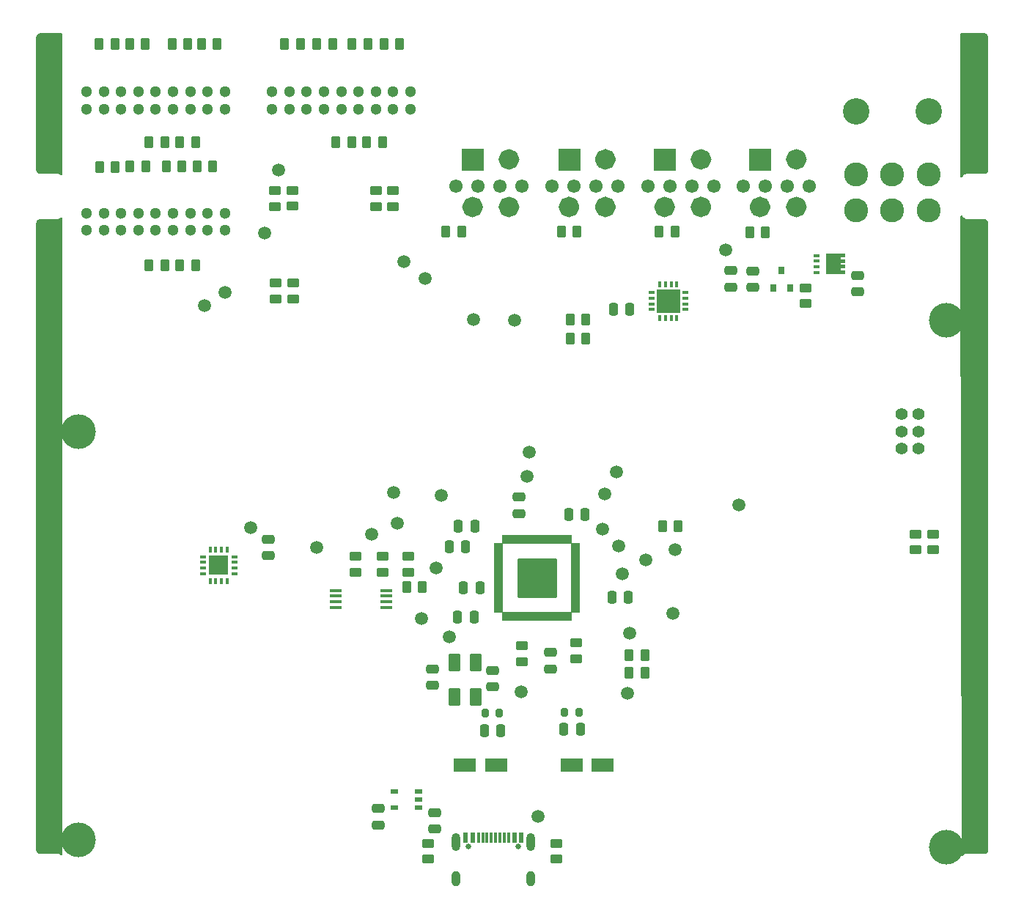
<source format=gbr>
%TF.GenerationSoftware,KiCad,Pcbnew,8.0.0*%
%TF.CreationDate,2024-03-20T15:43:41-04:00*%
%TF.ProjectId,bitcrane,62697463-7261-46e6-952e-6b696361645f,rev?*%
%TF.SameCoordinates,Original*%
%TF.FileFunction,Soldermask,Top*%
%TF.FilePolarity,Negative*%
%FSLAX46Y46*%
G04 Gerber Fmt 4.6, Leading zero omitted, Abs format (unit mm)*
G04 Created by KiCad (PCBNEW 8.0.0) date 2024-03-20 15:43:41*
%MOMM*%
%LPD*%
G01*
G04 APERTURE LIST*
G04 Aperture macros list*
%AMRoundRect*
0 Rectangle with rounded corners*
0 $1 Rounding radius*
0 $2 $3 $4 $5 $6 $7 $8 $9 X,Y pos of 4 corners*
0 Add a 4 corners polygon primitive as box body*
4,1,4,$2,$3,$4,$5,$6,$7,$8,$9,$2,$3,0*
0 Add four circle primitives for the rounded corners*
1,1,$1+$1,$2,$3*
1,1,$1+$1,$4,$5*
1,1,$1+$1,$6,$7*
1,1,$1+$1,$8,$9*
0 Add four rect primitives between the rounded corners*
20,1,$1+$1,$2,$3,$4,$5,0*
20,1,$1+$1,$4,$5,$6,$7,0*
20,1,$1+$1,$6,$7,$8,$9,0*
20,1,$1+$1,$8,$9,$2,$3,0*%
%AMFreePoly0*
4,1,17,1.395000,0.765000,0.855000,0.765000,0.855000,0.535000,1.395000,0.535000,1.395000,0.115000,0.855000,0.115000,0.855000,-0.115000,1.395000,-0.115000,1.395000,-0.535000,0.855000,-0.535000,0.855000,-0.765000,1.395000,-0.765000,1.395000,-1.185000,-0.855000,-1.185000,-0.855000,1.185000,1.395000,1.185000,1.395000,0.765000,1.395000,0.765000,$1*%
G04 Aperture macros list end*
%ADD10C,1.226200*%
%ADD11C,0.010000*%
%ADD12RoundRect,0.250000X-0.450000X0.262500X-0.450000X-0.262500X0.450000X-0.262500X0.450000X0.262500X0*%
%ADD13C,1.500000*%
%ADD14RoundRect,0.250000X-0.262500X-0.450000X0.262500X-0.450000X0.262500X0.450000X-0.262500X0.450000X0*%
%ADD15RoundRect,0.250000X0.262500X0.450000X-0.262500X0.450000X-0.262500X-0.450000X0.262500X-0.450000X0*%
%ADD16RoundRect,0.250000X-0.475000X0.250000X-0.475000X-0.250000X0.475000X-0.250000X0.475000X0.250000X0*%
%ADD17C,1.549400*%
%ADD18R,0.952500X0.558800*%
%ADD19RoundRect,0.250000X-0.250000X-0.475000X0.250000X-0.475000X0.250000X0.475000X-0.250000X0.475000X0*%
%ADD20C,1.300000*%
%ADD21C,3.050000*%
%ADD22C,2.775000*%
%ADD23RoundRect,0.250000X0.250000X0.475000X-0.250000X0.475000X-0.250000X-0.475000X0.250000X-0.475000X0*%
%ADD24RoundRect,0.250000X0.450000X-0.262500X0.450000X0.262500X-0.450000X0.262500X-0.450000X-0.262500X0*%
%ADD25RoundRect,0.250000X0.475000X-0.250000X0.475000X0.250000X-0.475000X0.250000X-0.475000X-0.250000X0*%
%ADD26R,0.700000X0.420000*%
%ADD27FreePoly0,0.000000*%
%ADD28R,0.800000X0.900000*%
%ADD29C,4.000000*%
%ADD30C,0.650000*%
%ADD31R,0.600000X1.150000*%
%ADD32R,0.300000X1.150000*%
%ADD33O,1.000000X2.100000*%
%ADD34O,1.000000X1.800000*%
%ADD35RoundRect,0.250000X-1.050000X-0.550000X1.050000X-0.550000X1.050000X0.550000X-1.050000X0.550000X0*%
%ADD36RoundRect,0.250000X1.050000X0.550000X-1.050000X0.550000X-1.050000X-0.550000X1.050000X-0.550000X0*%
%ADD37RoundRect,0.200000X0.200000X0.275000X-0.200000X0.275000X-0.200000X-0.275000X0.200000X-0.275000X0*%
%ADD38RoundRect,0.102000X-0.600000X-0.900000X0.600000X-0.900000X0.600000X0.900000X-0.600000X0.900000X0*%
%ADD39R,1.473200X0.355600*%
%ADD40RoundRect,0.050000X-0.102500X-0.325000X0.102500X-0.325000X0.102500X0.325000X-0.102500X0.325000X0*%
%ADD41RoundRect,0.050000X-0.325000X0.102500X-0.325000X-0.102500X0.325000X-0.102500X0.325000X0.102500X0*%
%ADD42C,0.500000*%
%ADD43R,2.160000X2.160000*%
%ADD44C,1.400000*%
%ADD45RoundRect,0.033180X0.203820X-0.478820X0.203820X0.478820X-0.203820X0.478820X-0.203820X-0.478820X0*%
%ADD46RoundRect,0.033180X0.478820X0.203820X-0.478820X0.203820X-0.478820X-0.203820X0.478820X-0.203820X0*%
%ADD47RoundRect,0.033180X-0.203820X0.478820X-0.203820X-0.478820X0.203820X-0.478820X0.203820X0.478820X0*%
%ADD48RoundRect,0.033180X-0.478820X-0.203820X0.478820X-0.203820X0.478820X0.203820X-0.478820X0.203820X0*%
%ADD49RoundRect,0.102000X2.175000X-2.175000X2.175000X2.175000X-2.175000X2.175000X-2.175000X-2.175000X0*%
%ADD50RoundRect,0.200000X-0.200000X-0.275000X0.200000X-0.275000X0.200000X0.275000X-0.200000X0.275000X0*%
%ADD51R,0.711200X0.304800*%
%ADD52R,0.304800X0.711200*%
%ADD53R,2.692400X2.692400*%
G04 APERTURE END LIST*
D10*
%TO.C,J14*%
X146693100Y-54320000D02*
G75*
G02*
X145466900Y-54320000I-613100J0D01*
G01*
X145466900Y-54320000D02*
G75*
G02*
X146693100Y-54320000I613100J0D01*
G01*
X146693100Y-48820000D02*
G75*
G02*
X145466900Y-48820000I-613100J0D01*
G01*
X145466900Y-48820000D02*
G75*
G02*
X146693100Y-48820000I613100J0D01*
G01*
X142493100Y-54320000D02*
G75*
G02*
X141266900Y-54320000I-613100J0D01*
G01*
X141266900Y-54320000D02*
G75*
G02*
X142493100Y-54320000I613100J0D01*
G01*
D11*
X143106200Y-50046200D02*
X140653800Y-50046200D01*
X140653800Y-47593800D01*
X143106200Y-47593800D01*
X143106200Y-50046200D01*
G36*
X143106200Y-50046200D02*
G01*
X140653800Y-50046200D01*
X140653800Y-47593800D01*
X143106200Y-47593800D01*
X143106200Y-50046200D01*
G37*
D10*
%TO.C,J15*%
X135673100Y-54320000D02*
G75*
G02*
X134446900Y-54320000I-613100J0D01*
G01*
X134446900Y-54320000D02*
G75*
G02*
X135673100Y-54320000I613100J0D01*
G01*
X135673100Y-48820000D02*
G75*
G02*
X134446900Y-48820000I-613100J0D01*
G01*
X134446900Y-48820000D02*
G75*
G02*
X135673100Y-48820000I613100J0D01*
G01*
X131473100Y-54320000D02*
G75*
G02*
X130246900Y-54320000I-613100J0D01*
G01*
X130246900Y-54320000D02*
G75*
G02*
X131473100Y-54320000I613100J0D01*
G01*
D11*
X132086200Y-50046200D02*
X129633800Y-50046200D01*
X129633800Y-47593800D01*
X132086200Y-47593800D01*
X132086200Y-50046200D01*
G36*
X132086200Y-50046200D02*
G01*
X129633800Y-50046200D01*
X129633800Y-47593800D01*
X132086200Y-47593800D01*
X132086200Y-50046200D01*
G37*
D10*
%TO.C,J16*%
X113493100Y-54320000D02*
G75*
G02*
X112266900Y-54320000I-613100J0D01*
G01*
X112266900Y-54320000D02*
G75*
G02*
X113493100Y-54320000I613100J0D01*
G01*
X113493100Y-48820000D02*
G75*
G02*
X112266900Y-48820000I-613100J0D01*
G01*
X112266900Y-48820000D02*
G75*
G02*
X113493100Y-48820000I613100J0D01*
G01*
X109293100Y-54320000D02*
G75*
G02*
X108066900Y-54320000I-613100J0D01*
G01*
X108066900Y-54320000D02*
G75*
G02*
X109293100Y-54320000I613100J0D01*
G01*
D11*
X109906200Y-50046200D02*
X107453800Y-50046200D01*
X107453800Y-47593800D01*
X109906200Y-47593800D01*
X109906200Y-50046200D01*
G36*
X109906200Y-50046200D02*
G01*
X107453800Y-50046200D01*
X107453800Y-47593800D01*
X109906200Y-47593800D01*
X109906200Y-50046200D01*
G37*
D10*
%TO.C,J17*%
X124633100Y-54320000D02*
G75*
G02*
X123406900Y-54320000I-613100J0D01*
G01*
X123406900Y-54320000D02*
G75*
G02*
X124633100Y-54320000I613100J0D01*
G01*
X124633100Y-48820000D02*
G75*
G02*
X123406900Y-48820000I-613100J0D01*
G01*
X123406900Y-48820000D02*
G75*
G02*
X124633100Y-48820000I613100J0D01*
G01*
X120433100Y-54320000D02*
G75*
G02*
X119206900Y-54320000I-613100J0D01*
G01*
X119206900Y-54320000D02*
G75*
G02*
X120433100Y-54320000I613100J0D01*
G01*
D11*
X121046200Y-50046200D02*
X118593800Y-50046200D01*
X118593800Y-47593800D01*
X121046200Y-47593800D01*
X121046200Y-50046200D01*
G36*
X121046200Y-50046200D02*
G01*
X118593800Y-50046200D01*
X118593800Y-47593800D01*
X121046200Y-47593800D01*
X121046200Y-50046200D01*
G37*
%TD*%
D12*
%TO.C,R42*%
X97560000Y-52422500D03*
X97560000Y-54247500D03*
%TD*%
D13*
%TO.C,TP7*%
X125540000Y-93470000D03*
%TD*%
D14*
%TO.C,R20*%
X126777500Y-108120000D03*
X128602500Y-108120000D03*
%TD*%
%TO.C,R1*%
X71297500Y-46830000D03*
X73122500Y-46830000D03*
%TD*%
%TO.C,R21*%
X126760000Y-106060000D03*
X128585000Y-106060000D03*
%TD*%
D13*
%TO.C,TP30*%
X77720000Y-65720000D03*
%TD*%
D14*
%TO.C,R16*%
X118927500Y-57170000D03*
X120752500Y-57170000D03*
%TD*%
%TO.C,R28*%
X69090000Y-49650000D03*
X70915000Y-49650000D03*
%TD*%
D12*
%TO.C,R41*%
X99480000Y-52420000D03*
X99480000Y-54245000D03*
%TD*%
D15*
%TO.C,R26*%
X96592500Y-35500000D03*
X94767500Y-35500000D03*
%TD*%
%TO.C,R31*%
X98255000Y-46800000D03*
X96430000Y-46800000D03*
%TD*%
D12*
%TO.C,R43*%
X87980000Y-63127500D03*
X87980000Y-64952500D03*
%TD*%
D16*
%TO.C,C10*%
X117640000Y-105780000D03*
X117640000Y-107680000D03*
%TD*%
D12*
%TO.C,R45*%
X159810000Y-92097500D03*
X159810000Y-93922500D03*
%TD*%
D13*
%TO.C,TP2*%
X106000000Y-103960000D03*
%TD*%
%TO.C,TP24*%
X104480000Y-95990000D03*
%TD*%
D17*
%TO.C,J5*%
X136530000Y-51870750D03*
X133990000Y-51870750D03*
X131450000Y-51870750D03*
X128910000Y-51870750D03*
%TD*%
D15*
%TO.C,R37*%
X100252500Y-35500000D03*
X98427500Y-35500000D03*
%TD*%
D18*
%TO.C,U2*%
X102418950Y-123724800D03*
X102418950Y-122785000D03*
X102418950Y-121845200D03*
X99663050Y-121845200D03*
X99663050Y-123724800D03*
%TD*%
D13*
%TO.C,TP29*%
X103200000Y-62610000D03*
%TD*%
D15*
%TO.C,R29*%
X75102500Y-49650000D03*
X73277500Y-49650000D03*
%TD*%
D13*
%TO.C,TP9*%
X126570000Y-110480000D03*
%TD*%
D19*
%TO.C,C11*%
X119780000Y-89840000D03*
X121680000Y-89840000D03*
%TD*%
D20*
%TO.C,J2*%
X80080000Y-42980000D03*
X80080000Y-40980000D03*
X78080000Y-42980000D03*
X78080000Y-40980000D03*
X76080000Y-42980000D03*
X76080000Y-40980000D03*
X74080000Y-42980000D03*
X74080000Y-40980000D03*
X72080000Y-42980000D03*
X72080000Y-40980000D03*
X70080000Y-42980000D03*
X70080000Y-40980000D03*
X68080000Y-42980000D03*
X68080000Y-40980000D03*
X66080000Y-42980000D03*
X66080000Y-40980000D03*
X64080000Y-42980000D03*
X64080000Y-40980000D03*
%TD*%
D21*
%TO.C,J3*%
X152960000Y-43240000D03*
X161360000Y-43240000D03*
D22*
X152960000Y-50540000D03*
X157160000Y-50540000D03*
X161360000Y-50540000D03*
X152960000Y-54740000D03*
X157160000Y-54740000D03*
X161360000Y-54740000D03*
%TD*%
D14*
%TO.C,R32*%
X71297500Y-61020000D03*
X73122500Y-61020000D03*
%TD*%
D15*
%TO.C,R27*%
X76702500Y-61020000D03*
X74877500Y-61020000D03*
%TD*%
D23*
%TO.C,C13*%
X109540000Y-98330000D03*
X107640000Y-98330000D03*
%TD*%
D24*
%TO.C,R11*%
X120670000Y-106502500D03*
X120670000Y-104677500D03*
%TD*%
D25*
%TO.C,C2*%
X111000000Y-109740000D03*
X111000000Y-107840000D03*
%TD*%
D24*
%TO.C,R8*%
X98276000Y-96508500D03*
X98276000Y-94683500D03*
%TD*%
D13*
%TO.C,TP1*%
X137930000Y-59300000D03*
%TD*%
D26*
%TO.C,Q1*%
X148390000Y-59940000D03*
X148390000Y-60590000D03*
X148390000Y-61240000D03*
X148390000Y-61890000D03*
D27*
X150345000Y-60915000D03*
%TD*%
D15*
%TO.C,R18*%
X121782500Y-69500000D03*
X119957500Y-69500000D03*
%TD*%
D13*
%TO.C,TP21*%
X114970000Y-85410000D03*
%TD*%
D12*
%TO.C,R46*%
X161890000Y-92117500D03*
X161890000Y-93942500D03*
%TD*%
D23*
%TO.C,C9*%
X108850000Y-101720000D03*
X106950000Y-101720000D03*
%TD*%
D28*
%TO.C,D1*%
X143430000Y-63660000D03*
X145330000Y-63660000D03*
X144380000Y-61660000D03*
%TD*%
D13*
%TO.C,TP8*%
X123650000Y-91570000D03*
%TD*%
%TO.C,TP19*%
X97060000Y-92110000D03*
%TD*%
%TO.C,TP23*%
X99530000Y-87340000D03*
%TD*%
D29*
%TO.C,H4*%
X63160000Y-127445000D03*
%TD*%
D16*
%TO.C,C8*%
X97750000Y-123810000D03*
X97750000Y-125710000D03*
%TD*%
D30*
%TO.C,J8*%
X108210000Y-128230000D03*
X113990000Y-128230000D03*
D31*
X107900000Y-127155000D03*
X108700000Y-127155000D03*
D32*
X109850000Y-127155000D03*
X110850000Y-127155000D03*
X111350000Y-127155000D03*
X112350000Y-127155000D03*
D31*
X113500000Y-127155000D03*
X114300000Y-127155000D03*
X114300000Y-127155000D03*
X113500000Y-127155000D03*
D32*
X112850000Y-127155000D03*
X111850000Y-127155000D03*
X110350000Y-127155000D03*
X109350000Y-127155000D03*
D31*
X108700000Y-127155000D03*
X107900000Y-127155000D03*
D33*
X106780000Y-127730000D03*
D34*
X106780000Y-131910000D03*
D33*
X115420000Y-127730000D03*
D34*
X115420000Y-131910000D03*
%TD*%
D12*
%TO.C,R39*%
X87890000Y-52407500D03*
X87890000Y-54232500D03*
%TD*%
D35*
%TO.C,C19*%
X120110000Y-118760000D03*
X123710000Y-118760000D03*
%TD*%
D14*
%TO.C,R2*%
X69047500Y-35500000D03*
X70872500Y-35500000D03*
%TD*%
%TO.C,R33*%
X65600000Y-49690000D03*
X67425000Y-49690000D03*
%TD*%
D17*
%TO.C,J6*%
X114400000Y-51870750D03*
X111860000Y-51870750D03*
X109320000Y-51870750D03*
X106780000Y-51870750D03*
%TD*%
D36*
%TO.C,C18*%
X111398000Y-118784000D03*
X107798000Y-118784000D03*
%TD*%
D13*
%TO.C,TP12*%
X105050000Y-87650000D03*
%TD*%
%TO.C,TP6*%
X128680000Y-95070000D03*
%TD*%
%TO.C,TP28*%
X100720000Y-60620000D03*
%TD*%
D17*
%TO.C,J7*%
X125510000Y-51870750D03*
X122970000Y-51870750D03*
X120430000Y-51870750D03*
X117890000Y-51870750D03*
%TD*%
D13*
%TO.C,TP27*%
X84700000Y-57310000D03*
%TD*%
%TO.C,TP17*%
X114310000Y-110360000D03*
%TD*%
D24*
%TO.C,R12*%
X114370000Y-106842500D03*
X114370000Y-105017500D03*
%TD*%
D12*
%TO.C,R44*%
X85890000Y-63130000D03*
X85890000Y-64955000D03*
%TD*%
D23*
%TO.C,C6*%
X108940000Y-91200000D03*
X107040000Y-91200000D03*
%TD*%
D19*
%TO.C,C17*%
X119240000Y-114670000D03*
X121140000Y-114670000D03*
%TD*%
D12*
%TO.C,R10*%
X147130000Y-63667500D03*
X147130000Y-65492500D03*
%TD*%
D23*
%TO.C,C16*%
X111960000Y-114780000D03*
X110060000Y-114780000D03*
%TD*%
D14*
%TO.C,R25*%
X90670000Y-35500000D03*
X92495000Y-35500000D03*
%TD*%
D13*
%TO.C,TP14*%
X132090000Y-93940000D03*
%TD*%
D37*
%TO.C,FB1*%
X120945000Y-112730000D03*
X119295000Y-112730000D03*
%TD*%
D25*
%TO.C,C14*%
X114080000Y-89730000D03*
X114080000Y-87830000D03*
%TD*%
D14*
%TO.C,R15*%
X105587500Y-57170000D03*
X107412500Y-57170000D03*
%TD*%
D16*
%TO.C,C7*%
X104280000Y-124270000D03*
X104280000Y-126170000D03*
%TD*%
D29*
%TO.C,H3*%
X63160000Y-80245000D03*
%TD*%
D15*
%TO.C,R36*%
X79195000Y-35500000D03*
X77370000Y-35500000D03*
%TD*%
D14*
%TO.C,R35*%
X65567500Y-35500000D03*
X67392500Y-35500000D03*
%TD*%
D38*
%TO.C,Y1*%
X106630000Y-106910000D03*
X106630000Y-110910000D03*
X109030000Y-110910000D03*
X109030000Y-106910000D03*
%TD*%
D29*
%TO.C,H2*%
X163360000Y-128245000D03*
%TD*%
D17*
%TO.C,J4*%
X147580000Y-51870750D03*
X145040000Y-51870750D03*
X142500000Y-51870750D03*
X139960000Y-51870750D03*
%TD*%
D13*
%TO.C,TP32*%
X113490000Y-67400000D03*
%TD*%
%TO.C,TP13*%
X100010000Y-90880000D03*
%TD*%
D16*
%TO.C,C1*%
X104080000Y-107710000D03*
X104080000Y-109610000D03*
%TD*%
D29*
%TO.C,H1*%
X163360000Y-67365000D03*
%TD*%
D25*
%TO.C,C21*%
X85120000Y-94610000D03*
X85120000Y-92710000D03*
%TD*%
D12*
%TO.C,R40*%
X85830000Y-52420000D03*
X85830000Y-54245000D03*
%TD*%
%TO.C,R5*%
X118360000Y-127837500D03*
X118360000Y-129662500D03*
%TD*%
D39*
%TO.C,U3*%
X98740000Y-100580000D03*
X98740000Y-99930002D03*
X98740000Y-99280000D03*
X98740000Y-98630002D03*
X92847200Y-98630002D03*
X92847200Y-99280000D03*
X92847200Y-99930002D03*
X92847200Y-100580000D03*
%TD*%
D24*
%TO.C,R9*%
X101219000Y-96491500D03*
X101219000Y-94666500D03*
%TD*%
D15*
%TO.C,R6*%
X102892500Y-98230000D03*
X101067500Y-98230000D03*
%TD*%
%TO.C,R17*%
X121782500Y-67310000D03*
X119957500Y-67310000D03*
%TD*%
D13*
%TO.C,TP26*%
X86260000Y-50010000D03*
%TD*%
D14*
%TO.C,R14*%
X130217500Y-57180000D03*
X132042500Y-57180000D03*
%TD*%
D16*
%TO.C,C3*%
X153190000Y-62240000D03*
X153190000Y-64140000D03*
%TD*%
D13*
%TO.C,TP10*%
X126830000Y-103540000D03*
%TD*%
D40*
%TO.C,U5*%
X80330000Y-93870000D03*
X79680000Y-93870000D03*
X79030000Y-93870000D03*
X78380000Y-93870000D03*
D41*
X77530000Y-94720000D03*
X77530000Y-95370000D03*
X77530000Y-96020000D03*
X77530000Y-96670000D03*
D40*
X78380000Y-97520000D03*
X79030000Y-97520000D03*
X79680000Y-97520000D03*
X80330000Y-97520000D03*
D41*
X81180000Y-96670000D03*
X81180000Y-96020000D03*
X81180000Y-95370000D03*
X81180000Y-94720000D03*
D42*
X79355000Y-94975000D03*
X80075000Y-95695000D03*
X79355000Y-95695000D03*
D43*
X79355000Y-95695000D03*
D42*
X78635000Y-95695000D03*
X79355000Y-96415000D03*
%TD*%
D44*
%TO.C,J1*%
X160210000Y-78245000D03*
X160210000Y-80245000D03*
X160210000Y-82245000D03*
X158210000Y-78245000D03*
X158210000Y-80245000D03*
X158210000Y-82245000D03*
%TD*%
D13*
%TO.C,TP18*%
X102780000Y-101890000D03*
%TD*%
D14*
%TO.C,R34*%
X86970000Y-35500000D03*
X88795000Y-35500000D03*
%TD*%
D45*
%TO.C,U1*%
X112385000Y-101615000D03*
X112885000Y-101615000D03*
X113385000Y-101615000D03*
X113885000Y-101615000D03*
X114385000Y-101615000D03*
X114885000Y-101615000D03*
X115385000Y-101615000D03*
X115885000Y-101615000D03*
X116385000Y-101615000D03*
X116885000Y-101615000D03*
X117385000Y-101615000D03*
X117885000Y-101615000D03*
X118385000Y-101615000D03*
X118885000Y-101615000D03*
X119385000Y-101615000D03*
X119885000Y-101615000D03*
D46*
X120580000Y-100920000D03*
X120580000Y-100420000D03*
X120580000Y-99920000D03*
X120580000Y-99420000D03*
X120580000Y-98920000D03*
X120580000Y-98420000D03*
X120580000Y-97920000D03*
X120580000Y-97420000D03*
X120580000Y-96920000D03*
X120580000Y-96420000D03*
X120580000Y-95920000D03*
X120580000Y-95420000D03*
X120580000Y-94920000D03*
X120580000Y-94420000D03*
X120580000Y-93920000D03*
X120580000Y-93420000D03*
D47*
X119885000Y-92725000D03*
X119385000Y-92725000D03*
X118885000Y-92725000D03*
X118385000Y-92725000D03*
X117885000Y-92725000D03*
X117385000Y-92725000D03*
X116885000Y-92725000D03*
X116385000Y-92725000D03*
X115885000Y-92725000D03*
X115385000Y-92725000D03*
X114885000Y-92725000D03*
X114385000Y-92725000D03*
X113885000Y-92725000D03*
X113385000Y-92725000D03*
X112885000Y-92725000D03*
X112385000Y-92725000D03*
D48*
X111690000Y-93420000D03*
X111690000Y-93920000D03*
X111690000Y-94420000D03*
X111690000Y-94920000D03*
X111690000Y-95420000D03*
X111690000Y-95920000D03*
X111690000Y-96420000D03*
X111690000Y-96920000D03*
X111690000Y-97420000D03*
X111690000Y-97920000D03*
X111690000Y-98420000D03*
X111690000Y-98920000D03*
X111690000Y-99420000D03*
X111690000Y-99920000D03*
X111690000Y-100420000D03*
X111690000Y-100920000D03*
D49*
X116135000Y-97170000D03*
%TD*%
D16*
%TO.C,C4*%
X141060000Y-61700000D03*
X141060000Y-63600000D03*
%TD*%
D13*
%TO.C,TP15*%
X131860000Y-101300000D03*
%TD*%
D14*
%TO.C,R19*%
X130607500Y-91170000D03*
X132432500Y-91170000D03*
%TD*%
D24*
%TO.C,R7*%
X95180000Y-96508500D03*
X95180000Y-94683500D03*
%TD*%
D13*
%TO.C,TP25*%
X83020000Y-91390000D03*
%TD*%
%TO.C,TP3*%
X123980000Y-87450000D03*
%TD*%
D23*
%TO.C,C20*%
X126820000Y-66140000D03*
X124920000Y-66140000D03*
%TD*%
D13*
%TO.C,TP22*%
X115210000Y-82610000D03*
%TD*%
D12*
%TO.C,R4*%
X103570000Y-127817500D03*
X103570000Y-129642500D03*
%TD*%
D13*
%TO.C,TP16*%
X116220000Y-124710000D03*
%TD*%
%TO.C,TP33*%
X108790000Y-67300000D03*
%TD*%
D20*
%TO.C,J9*%
X101510000Y-42980000D03*
X101510000Y-40980000D03*
X99510000Y-42980000D03*
X99510000Y-40980000D03*
X97510000Y-42980000D03*
X97510000Y-40980000D03*
X95510000Y-42980000D03*
X95510000Y-40980000D03*
X93510000Y-42980000D03*
X93510000Y-40980000D03*
X91510000Y-42980000D03*
X91510000Y-40980000D03*
X89510000Y-42980000D03*
X89510000Y-40980000D03*
X87510000Y-42980000D03*
X87510000Y-40980000D03*
X85510000Y-42980000D03*
X85510000Y-40980000D03*
%TD*%
D15*
%TO.C,R3*%
X75785000Y-35500000D03*
X73960000Y-35500000D03*
%TD*%
%TO.C,R30*%
X76702500Y-46830000D03*
X74877500Y-46830000D03*
%TD*%
D14*
%TO.C,R13*%
X140687500Y-57270000D03*
X142512500Y-57270000D03*
%TD*%
D16*
%TO.C,C5*%
X138530000Y-61680000D03*
X138530000Y-63580000D03*
%TD*%
D13*
%TO.C,TP31*%
X80090000Y-64220000D03*
%TD*%
D15*
%TO.C,R38*%
X78682500Y-49650000D03*
X76857500Y-49650000D03*
%TD*%
D14*
%TO.C,R24*%
X92880000Y-46830000D03*
X94705000Y-46830000D03*
%TD*%
D13*
%TO.C,TP20*%
X90710000Y-93670000D03*
%TD*%
%TO.C,TP5*%
X126010000Y-96710000D03*
%TD*%
%TO.C,TP4*%
X125270000Y-84960000D03*
%TD*%
%TO.C,TP11*%
X139400000Y-88730000D03*
%TD*%
D20*
%TO.C,J10*%
X80080000Y-57010000D03*
X80080000Y-55010000D03*
X78080000Y-57010000D03*
X78080000Y-55010000D03*
X76080000Y-57010000D03*
X76080000Y-55010000D03*
X74080000Y-57010000D03*
X74080000Y-55010000D03*
X72080000Y-57010000D03*
X72080000Y-55010000D03*
X70080000Y-57010000D03*
X70080000Y-55010000D03*
X68080000Y-57010000D03*
X68080000Y-55010000D03*
X66080000Y-57010000D03*
X66080000Y-55010000D03*
X64080000Y-57010000D03*
X64080000Y-55010000D03*
%TD*%
D50*
%TO.C,FB2*%
X110105000Y-112810000D03*
X111755000Y-112810000D03*
%TD*%
D23*
%TO.C,C12*%
X107890000Y-93590000D03*
X105990000Y-93590000D03*
%TD*%
D19*
%TO.C,C15*%
X124786000Y-99424000D03*
X126686000Y-99424000D03*
%TD*%
D51*
%TO.C,U4*%
X129360799Y-64225001D03*
X129360799Y-64874999D03*
X129360799Y-65525001D03*
X129360799Y-66174999D03*
D52*
X130335001Y-67149201D03*
X130984999Y-67149201D03*
X131635001Y-67149201D03*
X132284999Y-67149201D03*
D51*
X133259201Y-66174999D03*
X133259201Y-65525001D03*
X133259201Y-64874999D03*
X133259201Y-64225001D03*
D52*
X132284999Y-63250799D03*
X131635001Y-63250799D03*
X130984999Y-63250799D03*
X130335001Y-63250799D03*
D53*
X131310000Y-65200000D03*
%TD*%
G36*
X61243425Y-34264685D02*
G01*
X61289180Y-34317489D01*
X61300386Y-34368977D01*
X61303446Y-50535035D01*
X61283774Y-50602078D01*
X61230979Y-50647843D01*
X61161822Y-50657799D01*
X61098261Y-50628786D01*
X61091765Y-50622739D01*
X61065671Y-50596645D01*
X61065667Y-50596642D01*
X60952152Y-50531094D01*
X60952151Y-50531093D01*
X60825542Y-50497149D01*
X60760009Y-50495000D01*
X58761830Y-50495000D01*
X58758169Y-50494946D01*
X58708875Y-50493490D01*
X58680459Y-50489323D01*
X58583517Y-50463362D01*
X58553601Y-50450974D01*
X58468304Y-50401735D01*
X58442616Y-50382025D01*
X58372974Y-50312383D01*
X58353264Y-50286695D01*
X58304025Y-50201398D01*
X58291637Y-50171482D01*
X58265676Y-50074540D01*
X58261509Y-50046122D01*
X58260054Y-49996829D01*
X58260000Y-49993170D01*
X58260000Y-34747021D01*
X58260066Y-34742978D01*
X58261673Y-34693720D01*
X58265832Y-34665670D01*
X58291841Y-34568601D01*
X58304229Y-34538694D01*
X58353449Y-34453443D01*
X58373155Y-34427762D01*
X58442762Y-34358155D01*
X58468443Y-34338449D01*
X58553694Y-34289229D01*
X58583601Y-34276841D01*
X58680670Y-34250832D01*
X58708720Y-34246673D01*
X58757979Y-34245066D01*
X58762022Y-34245000D01*
X61176386Y-34245000D01*
X61243425Y-34264685D01*
G37*
G36*
X61223747Y-55537846D02*
G01*
X61279681Y-55579716D01*
X61304099Y-55645180D01*
X61304415Y-55654005D01*
X61318318Y-129099907D01*
X61298646Y-129166950D01*
X61245851Y-129212715D01*
X61176694Y-129222671D01*
X61113133Y-129193658D01*
X61106637Y-129187611D01*
X61065671Y-129146645D01*
X61065667Y-129146642D01*
X60952152Y-129081094D01*
X60952151Y-129081093D01*
X60825542Y-129047149D01*
X60760009Y-129045000D01*
X58761830Y-129045000D01*
X58758169Y-129044946D01*
X58708875Y-129043490D01*
X58680459Y-129039323D01*
X58583517Y-129013362D01*
X58553601Y-129000974D01*
X58468304Y-128951735D01*
X58442616Y-128932025D01*
X58372974Y-128862383D01*
X58353264Y-128836695D01*
X58304025Y-128751398D01*
X58291637Y-128721482D01*
X58265676Y-128624540D01*
X58261509Y-128596122D01*
X58260054Y-128546829D01*
X58260000Y-128543170D01*
X58260000Y-56197021D01*
X58260066Y-56192978D01*
X58261673Y-56143720D01*
X58265832Y-56115670D01*
X58291841Y-56018601D01*
X58304229Y-55988694D01*
X58353449Y-55903443D01*
X58373155Y-55877762D01*
X58442762Y-55808155D01*
X58468443Y-55788449D01*
X58553694Y-55739229D01*
X58583601Y-55726841D01*
X58680670Y-55700832D01*
X58708720Y-55696673D01*
X58757979Y-55695066D01*
X58762022Y-55695000D01*
X60760000Y-55695000D01*
X60825544Y-55692860D01*
X60952168Y-55658931D01*
X61065692Y-55593388D01*
X61092732Y-55566348D01*
X61154055Y-55532862D01*
X61223747Y-55537846D01*
G37*
G36*
X167762042Y-34245067D02*
G01*
X167811278Y-34246682D01*
X167839322Y-34250844D01*
X167936386Y-34276866D01*
X167966285Y-34289254D01*
X168051536Y-34338482D01*
X168077209Y-34358184D01*
X168146815Y-34427790D01*
X168166517Y-34453463D01*
X168215745Y-34538714D01*
X168228133Y-34568613D01*
X168254155Y-34665677D01*
X168258317Y-34693718D01*
X168259933Y-34742954D01*
X168260000Y-34747022D01*
X168260000Y-49992978D01*
X168259934Y-49997024D01*
X168258326Y-50046282D01*
X168254167Y-50074329D01*
X168228158Y-50171398D01*
X168215770Y-50201305D01*
X168166550Y-50286556D01*
X168146844Y-50312237D01*
X168077237Y-50381844D01*
X168051556Y-50401550D01*
X167966305Y-50450770D01*
X167936398Y-50463158D01*
X167839329Y-50489167D01*
X167811282Y-50493326D01*
X167762024Y-50494934D01*
X167757978Y-50495000D01*
X165760000Y-50495000D01*
X165694455Y-50497139D01*
X165567831Y-50531068D01*
X165454306Y-50596612D01*
X165454303Y-50596614D01*
X165361614Y-50689303D01*
X165361612Y-50689306D01*
X165296066Y-50802833D01*
X165296066Y-50802834D01*
X165284344Y-50846580D01*
X165247978Y-50906240D01*
X165185131Y-50936768D01*
X165115756Y-50928472D01*
X165061878Y-50883986D01*
X165040605Y-50817434D01*
X165040570Y-50814673D01*
X165015609Y-34369188D01*
X165035192Y-34302119D01*
X165087926Y-34256284D01*
X165139609Y-34245000D01*
X167757977Y-34245000D01*
X167762042Y-34245067D01*
G37*
G36*
X165252594Y-55308512D02*
G01*
X165290458Y-55367233D01*
X165291313Y-55370269D01*
X165295863Y-55387258D01*
X165361429Y-55500839D01*
X165454160Y-55593570D01*
X165567742Y-55659137D01*
X165567741Y-55659137D01*
X165694421Y-55693062D01*
X165694427Y-55693063D01*
X165760001Y-55695000D01*
X167757977Y-55695000D01*
X167762042Y-55695067D01*
X167811278Y-55696682D01*
X167839322Y-55700844D01*
X167936386Y-55726866D01*
X167966285Y-55739254D01*
X168051536Y-55788482D01*
X168077209Y-55808184D01*
X168146815Y-55877790D01*
X168166517Y-55903463D01*
X168215745Y-55988714D01*
X168228133Y-56018613D01*
X168254155Y-56115677D01*
X168258317Y-56143718D01*
X168259933Y-56192954D01*
X168260000Y-56197022D01*
X168260000Y-128542978D01*
X168259934Y-128547024D01*
X168258326Y-128596282D01*
X168254167Y-128624329D01*
X168228158Y-128721398D01*
X168215770Y-128751305D01*
X168166550Y-128836556D01*
X168146844Y-128862237D01*
X168077237Y-128931844D01*
X168051556Y-128951550D01*
X167966305Y-129000770D01*
X167936398Y-129013158D01*
X167839329Y-129039167D01*
X167811282Y-129043326D01*
X167762024Y-129044934D01*
X167757978Y-129045000D01*
X165760000Y-129045000D01*
X165694455Y-129047139D01*
X165567831Y-129081068D01*
X165454306Y-129146612D01*
X165371143Y-129229775D01*
X165309819Y-129263259D01*
X165240128Y-129258275D01*
X165184194Y-129216403D01*
X165159778Y-129150938D01*
X165159462Y-129142281D01*
X165047534Y-55402536D01*
X165067117Y-55335467D01*
X165119851Y-55289632D01*
X165188995Y-55279583D01*
X165252594Y-55308512D01*
G37*
M02*

</source>
